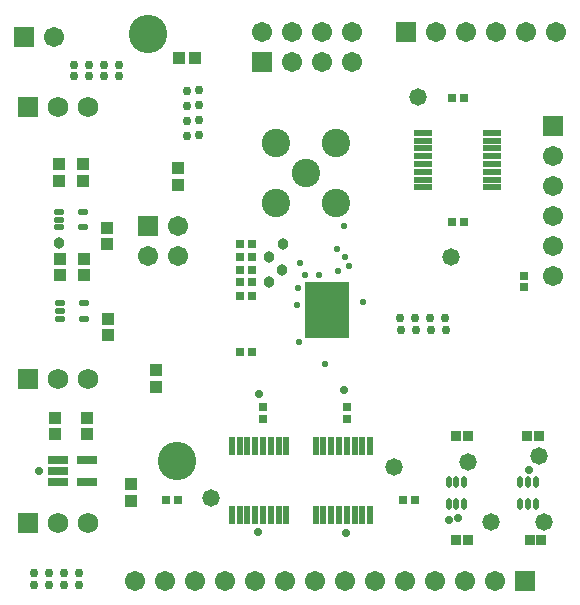
<source format=gts>
G04*
G04 #@! TF.GenerationSoftware,Altium Limited,Altium Designer,18.0.11 (651)*
G04*
G04 Layer_Color=8388736*
%FSLAX25Y25*%
%MOIN*%
G70*
G01*
G75*
%ADD29R,0.15000X0.19000*%
%ADD30R,0.06600X0.03000*%
%ADD31R,0.03635X0.03635*%
%ADD32R,0.02769X0.03162*%
G04:AMPARAMS|DCode=33|XSize=20.55mil|YSize=30.39mil|CornerRadius=4.37mil|HoleSize=0mil|Usage=FLASHONLY|Rotation=90.000|XOffset=0mil|YOffset=0mil|HoleType=Round|Shape=RoundedRectangle|*
%AMROUNDEDRECTD33*
21,1,0.02055,0.02165,0,0,90.0*
21,1,0.01181,0.03039,0,0,90.0*
1,1,0.00874,0.01083,0.00591*
1,1,0.00874,0.01083,-0.00591*
1,1,0.00874,-0.01083,-0.00591*
1,1,0.00874,-0.01083,0.00591*
%
%ADD33ROUNDEDRECTD33*%
%ADD34R,0.04343X0.03950*%
%ADD35R,0.01100X0.03200*%
%ADD36R,0.06300X0.02100*%
%ADD37R,0.02100X0.06300*%
%ADD38R,0.03162X0.02769*%
G04:AMPARAMS|DCode=39|XSize=20.55mil|YSize=38.27mil|CornerRadius=6.34mil|HoleSize=0mil|Usage=FLASHONLY|Rotation=180.000|XOffset=0mil|YOffset=0mil|HoleType=Round|Shape=RoundedRectangle|*
%AMROUNDEDRECTD39*
21,1,0.02055,0.02559,0,0,180.0*
21,1,0.00787,0.03827,0,0,180.0*
1,1,0.01267,-0.00394,0.01280*
1,1,0.01267,0.00394,0.01280*
1,1,0.01267,0.00394,-0.01280*
1,1,0.01267,-0.00394,-0.01280*
%
%ADD39ROUNDEDRECTD39*%
%ADD40R,0.03950X0.04343*%
%ADD41R,0.06706X0.06706*%
%ADD42C,0.06706*%
%ADD43C,0.09461*%
%ADD44R,0.06706X0.06706*%
%ADD45C,0.06902*%
%ADD46R,0.06902X0.06902*%
%ADD47C,0.02800*%
%ADD48C,0.05800*%
%ADD49C,0.02300*%
%ADD50C,0.03000*%
%ADD51C,0.03800*%
%ADD52C,0.12800*%
D29*
X113173Y-101969D02*
D03*
D30*
X23647Y-151812D02*
D03*
Y-155512D02*
D03*
Y-159212D02*
D03*
X33046D02*
D03*
Y-151812D02*
D03*
D31*
X180709Y-178740D02*
D03*
X184646D02*
D03*
X156299D02*
D03*
X160236D02*
D03*
X183858Y-144095D02*
D03*
X179921D02*
D03*
X160236D02*
D03*
X156299D02*
D03*
D32*
X119780Y-134311D02*
D03*
Y-138249D02*
D03*
X91840Y-134301D02*
D03*
Y-138239D02*
D03*
X178870Y-94449D02*
D03*
Y-90512D02*
D03*
D33*
X31910Y-69265D02*
D03*
Y-74383D02*
D03*
X23840D02*
D03*
Y-71824D02*
D03*
Y-69265D02*
D03*
X32103Y-99737D02*
D03*
Y-104855D02*
D03*
X24033D02*
D03*
Y-102296D02*
D03*
Y-99737D02*
D03*
D34*
X32206Y-90328D02*
D03*
Y-84816D02*
D03*
X24332Y-90328D02*
D03*
Y-84816D02*
D03*
X22441Y-143307D02*
D03*
Y-137795D02*
D03*
X33071Y-143307D02*
D03*
Y-137795D02*
D03*
X56299Y-127559D02*
D03*
Y-122047D02*
D03*
X40080Y-110406D02*
D03*
Y-104894D02*
D03*
X48000Y-165500D02*
D03*
Y-159988D02*
D03*
X63610Y-54704D02*
D03*
Y-60216D02*
D03*
X31812Y-53320D02*
D03*
Y-58831D02*
D03*
X39686Y-80091D02*
D03*
Y-74579D02*
D03*
X23938Y-58831D02*
D03*
Y-53320D02*
D03*
D35*
X108073Y-109468D02*
D03*
X108673D02*
D03*
X109273D02*
D03*
X109873D02*
D03*
X110473D02*
D03*
X111073D02*
D03*
X111673D02*
D03*
X112273D02*
D03*
X112873D02*
D03*
X113473D02*
D03*
X114073D02*
D03*
X114673D02*
D03*
X115273D02*
D03*
X115873D02*
D03*
X116473D02*
D03*
X117073D02*
D03*
X117673D02*
D03*
X118273D02*
D03*
Y-94468D02*
D03*
X117673D02*
D03*
X117073D02*
D03*
X116473D02*
D03*
X115873D02*
D03*
X115273D02*
D03*
X114673D02*
D03*
X114073D02*
D03*
X113473D02*
D03*
X112873D02*
D03*
X112273D02*
D03*
X111673D02*
D03*
X111073D02*
D03*
X110473D02*
D03*
X109873D02*
D03*
X109273D02*
D03*
X108673D02*
D03*
X108073D02*
D03*
D36*
X145193Y-42869D02*
D03*
Y-45469D02*
D03*
Y-48068D02*
D03*
Y-50669D02*
D03*
Y-53268D02*
D03*
Y-55869D02*
D03*
Y-58469D02*
D03*
Y-61068D02*
D03*
X168193D02*
D03*
Y-58469D02*
D03*
Y-55869D02*
D03*
Y-53268D02*
D03*
Y-50669D02*
D03*
Y-48068D02*
D03*
Y-45469D02*
D03*
Y-42869D02*
D03*
D37*
X99639Y-147161D02*
D03*
X97039D02*
D03*
X94439D02*
D03*
X91839D02*
D03*
X89239D02*
D03*
X86639D02*
D03*
X84039D02*
D03*
X81439D02*
D03*
Y-170161D02*
D03*
X84039D02*
D03*
X86639D02*
D03*
X89239D02*
D03*
X91839D02*
D03*
X94439D02*
D03*
X97039D02*
D03*
X99639D02*
D03*
X127592D02*
D03*
X124992D02*
D03*
X122392D02*
D03*
X119792D02*
D03*
X117192D02*
D03*
X114592D02*
D03*
X111992D02*
D03*
X109392D02*
D03*
Y-147161D02*
D03*
X111992D02*
D03*
X114592D02*
D03*
X117192D02*
D03*
X119792D02*
D03*
X122392D02*
D03*
X124992D02*
D03*
X127592D02*
D03*
D38*
X84211Y-115900D02*
D03*
X88148D02*
D03*
X84251Y-80110D02*
D03*
X88188D02*
D03*
X84211Y-84370D02*
D03*
X88148D02*
D03*
X84272Y-88580D02*
D03*
X88209D02*
D03*
X84232Y-97310D02*
D03*
X88169D02*
D03*
X84211Y-92700D02*
D03*
X88148D02*
D03*
X154882Y-72490D02*
D03*
X158818D02*
D03*
X154882Y-31310D02*
D03*
X158818D02*
D03*
X138662Y-165270D02*
D03*
X142598D02*
D03*
X63408D02*
D03*
X59471D02*
D03*
D39*
X158858Y-159252D02*
D03*
X156299D02*
D03*
X153740D02*
D03*
X158858Y-166535D02*
D03*
X156299D02*
D03*
X153740D02*
D03*
X182677Y-159252D02*
D03*
X180118D02*
D03*
X177559D02*
D03*
X182677Y-166535D02*
D03*
X180118D02*
D03*
X177559D02*
D03*
D40*
X63779Y-18110D02*
D03*
X69291D02*
D03*
D41*
X179055Y-192126D02*
D03*
X139528Y-9449D02*
D03*
X91575Y-19449D02*
D03*
X12126Y-11024D02*
D03*
D42*
X169055Y-192126D02*
D03*
X159055D02*
D03*
X149055D02*
D03*
X139055D02*
D03*
X129055D02*
D03*
X119055D02*
D03*
X109055D02*
D03*
X99055D02*
D03*
X89055D02*
D03*
X79055D02*
D03*
X69055D02*
D03*
X59055D02*
D03*
X49055D02*
D03*
X189528Y-9449D02*
D03*
X179528D02*
D03*
X169528D02*
D03*
X159528D02*
D03*
X149528D02*
D03*
X91575D02*
D03*
X101575Y-19449D02*
D03*
Y-9449D02*
D03*
X111575Y-19449D02*
D03*
Y-9449D02*
D03*
X121575Y-19449D02*
D03*
Y-9449D02*
D03*
X63490Y-84020D02*
D03*
X53490D02*
D03*
X63490Y-74020D02*
D03*
X188570Y-50472D02*
D03*
Y-60472D02*
D03*
Y-70472D02*
D03*
Y-80472D02*
D03*
Y-90472D02*
D03*
X22126Y-11024D02*
D03*
D43*
X96070Y-46340D02*
D03*
X116070D02*
D03*
Y-66340D02*
D03*
X96070D02*
D03*
X106070Y-56340D02*
D03*
D44*
X53490Y-74020D02*
D03*
X188570Y-40472D02*
D03*
D45*
X33465Y-124803D02*
D03*
X23465D02*
D03*
X33465Y-173000D02*
D03*
X23465D02*
D03*
X33465Y-34290D02*
D03*
X23465D02*
D03*
D46*
X13465Y-124803D02*
D03*
Y-173000D02*
D03*
Y-34290D02*
D03*
D47*
X119340Y-176190D02*
D03*
X180600Y-155150D02*
D03*
X118850Y-128590D02*
D03*
X17200Y-155660D02*
D03*
X90520Y-130040D02*
D03*
X90200Y-176110D02*
D03*
X156840Y-171150D02*
D03*
X153740Y-172090D02*
D03*
D48*
X167990Y-172600D02*
D03*
X183670Y-150780D02*
D03*
X143340Y-31060D02*
D03*
X154610Y-84280D02*
D03*
X185530Y-172450D02*
D03*
X74550Y-164570D02*
D03*
X135600Y-154290D02*
D03*
X160280Y-152620D02*
D03*
D49*
X110600Y-90150D02*
D03*
X105990Y-90380D02*
D03*
X104160Y-86150D02*
D03*
X116710Y-88900D02*
D03*
X119080Y-84270D02*
D03*
X120610Y-87230D02*
D03*
X103480Y-94720D02*
D03*
X103920Y-112690D02*
D03*
X103300Y-100290D02*
D03*
X125250Y-99410D02*
D03*
X112630Y-119980D02*
D03*
X118760Y-73820D02*
D03*
X116620Y-81630D02*
D03*
D50*
X30420Y-189620D02*
D03*
X25420D02*
D03*
X20420D02*
D03*
X15420D02*
D03*
X15510Y-193570D02*
D03*
X20510D02*
D03*
X25510D02*
D03*
X30510D02*
D03*
X66640Y-28800D02*
D03*
Y-33800D02*
D03*
Y-38800D02*
D03*
Y-43800D02*
D03*
X70590Y-43710D02*
D03*
Y-38710D02*
D03*
Y-33710D02*
D03*
Y-28710D02*
D03*
X43840Y-20160D02*
D03*
X38840D02*
D03*
X33840D02*
D03*
X28840D02*
D03*
X28930Y-24110D02*
D03*
X33930D02*
D03*
X38930D02*
D03*
X43930D02*
D03*
X152700Y-108610D02*
D03*
X147700D02*
D03*
X142700D02*
D03*
X137700D02*
D03*
X137610Y-104660D02*
D03*
X142610D02*
D03*
X147610D02*
D03*
X152610D02*
D03*
D51*
X93700Y-92630D02*
D03*
X93840Y-84370D02*
D03*
X98360Y-80110D02*
D03*
X98330Y-88600D02*
D03*
X23740Y-79490D02*
D03*
D52*
X53450Y-9830D02*
D03*
X63110Y-152160D02*
D03*
M02*

</source>
